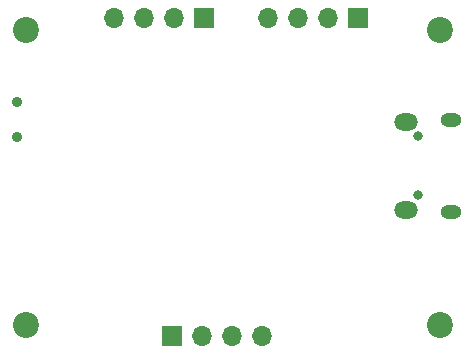
<source format=gbr>
%TF.GenerationSoftware,KiCad,Pcbnew,(6.0.8)*%
%TF.CreationDate,2022-11-08T11:47:25+01:00*%
%TF.ProjectId,stm32,73746d33-322e-46b6-9963-61645f706362,rev?*%
%TF.SameCoordinates,Original*%
%TF.FileFunction,Soldermask,Bot*%
%TF.FilePolarity,Negative*%
%FSLAX46Y46*%
G04 Gerber Fmt 4.6, Leading zero omitted, Abs format (unit mm)*
G04 Created by KiCad (PCBNEW (6.0.8)) date 2022-11-08 11:47:25*
%MOMM*%
%LPD*%
G01*
G04 APERTURE LIST*
%ADD10C,2.200000*%
%ADD11O,0.800000X0.800000*%
%ADD12O,2.000000X1.450000*%
%ADD13O,1.800000X1.150000*%
%ADD14R,1.700000X1.700000*%
%ADD15O,1.700000X1.700000*%
%ADD16C,0.900000*%
G04 APERTURE END LIST*
D10*
%TO.C,H1*%
X131200000Y-83700000D03*
%TD*%
D11*
%TO.C,J2*%
X164395000Y-97700000D03*
X164395000Y-92700000D03*
D12*
X163345000Y-91475000D03*
D13*
X167145000Y-99075000D03*
X167145000Y-91325000D03*
D12*
X163345000Y-98925000D03*
%TD*%
D10*
%TO.C,H2*%
X166200000Y-83700000D03*
%TD*%
%TO.C,H4*%
X166200000Y-108700000D03*
%TD*%
D14*
%TO.C,J3*%
X143550000Y-109650000D03*
D15*
X146090000Y-109650000D03*
X148630000Y-109650000D03*
X151170000Y-109650000D03*
%TD*%
D14*
%TO.C,J4*%
X159250000Y-82700000D03*
D15*
X156710000Y-82700000D03*
X154170000Y-82700000D03*
X151630000Y-82700000D03*
%TD*%
D16*
%TO.C,SW1*%
X130370000Y-92800000D03*
X130370000Y-89800000D03*
%TD*%
D10*
%TO.C,H3*%
X131200000Y-108700000D03*
%TD*%
D14*
%TO.C,J1*%
X146250000Y-82700000D03*
D15*
X143710000Y-82700000D03*
X141170000Y-82700000D03*
X138630000Y-82700000D03*
%TD*%
M02*

</source>
